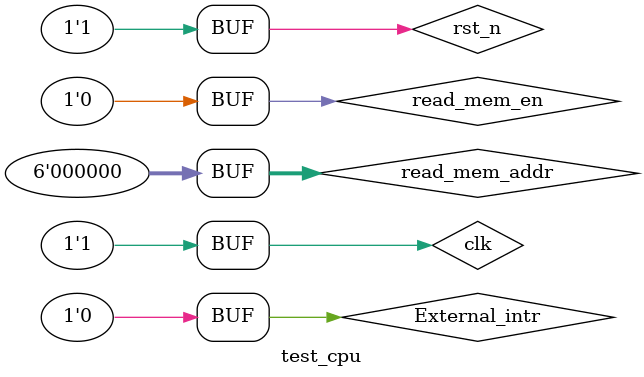
<source format=v>
`timescale 1ns / 1ps


module test_cpu;

	// Inputs
	reg clk;
	reg rst_n;
	reg read_mem_en;
	reg [5:0] read_mem_addr;
	reg External_intr;

	// Outputs
	wire [31:0] ReadData;
	wire [31:0] PC;

	// Instantiate the Unit Under Test (UUT)
	CPU uut (
		.clk(clk), 
		.rst_n(rst_n), 
		.read_mem_en(read_mem_en), 
		.read_mem_addr(read_mem_addr), 
		.External_intr(External_intr), 
		.ReadData(ReadData), 
		.PC(PC)
	);
	always
	begin
	clk=0;
	#1
	clk=1;
	#1;
	end
	initial begin
		// Initialize Inputs
		//clk = 0;
		rst_n = 0;
		read_mem_en = 0;
		read_mem_addr = 0;
		External_intr = 0;

		// Wait 100 ns for global reset to finish
		#10;
		rst_n=1;
		#50
		External_intr = 1 ;
		#2
		External_intr = 0 ;
        
		// Add stimulus here

	end
      
endmodule


</source>
